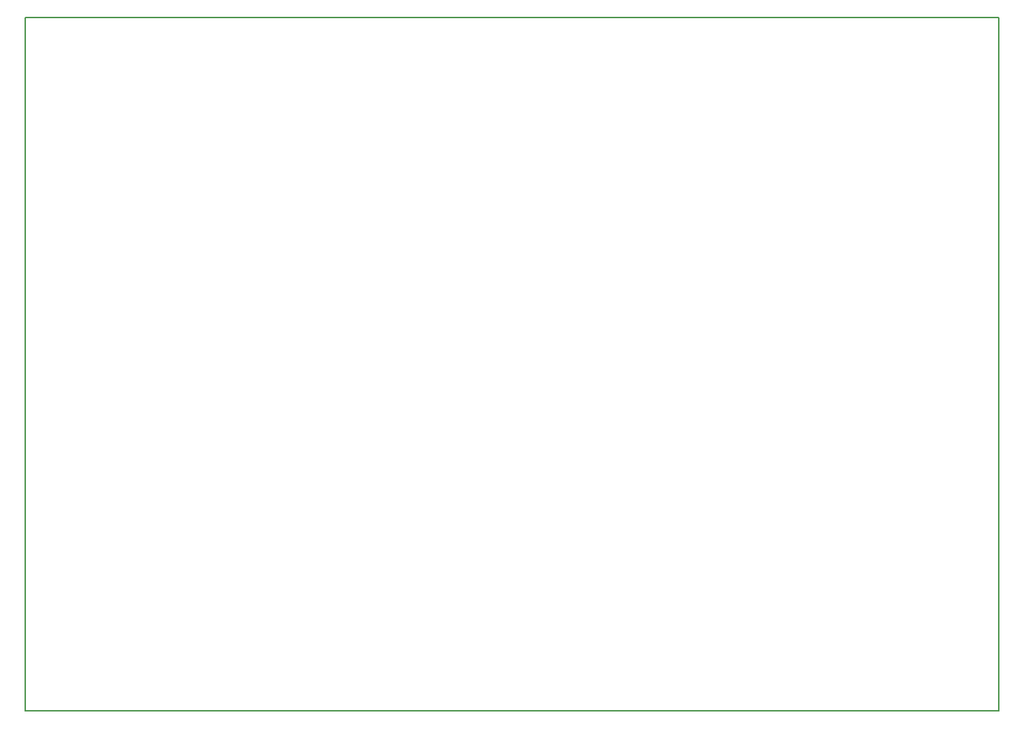
<source format=gbr>
%TF.GenerationSoftware,Novarm,DipTrace,3.3.0.1*%
%TF.CreationDate,2018-11-14T10:20:18-08:00*%
%FSLAX26Y26*%
%MOIN*%
%TF.FileFunction,Profile*%
%TF.Part,Single*%
%ADD11C,0.005512*%
G75*
G01*
%LPD*%
X393700Y393700D2*
D11*
X5028700D1*
Y3693700D1*
X393700D1*
Y393700D1*
M02*

</source>
